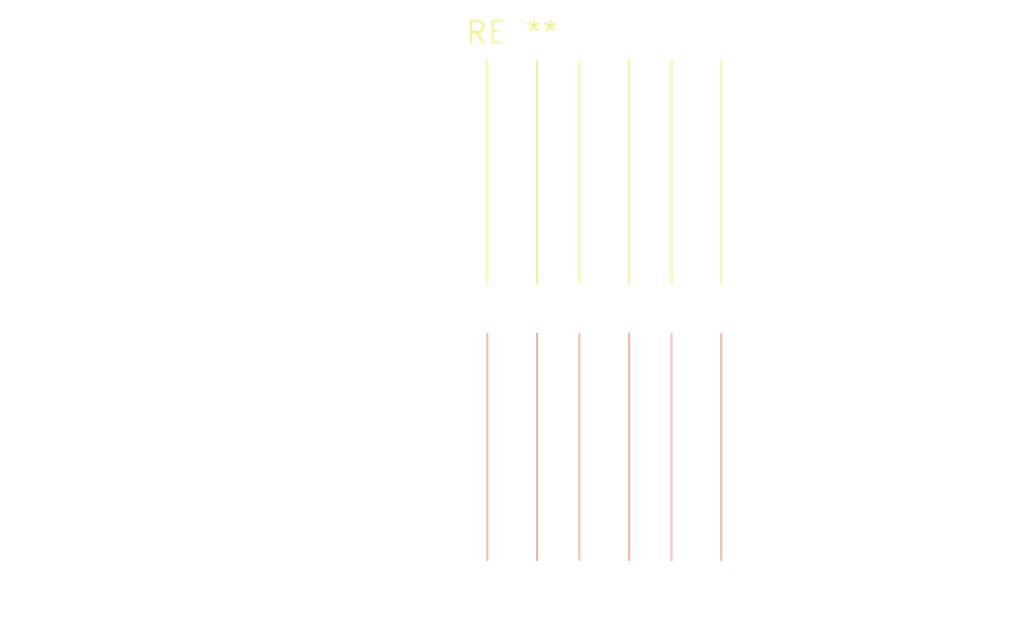
<source format=kicad_pcb>
(kicad_pcb (version 20240108) (generator pcbnew)
  (layers (0 "F.Cu" signal) (31 "B.Cu" signal) (34 "B.Paste" user) (35 "F.Paste" user) (36 "B.SilkS" user "B.Silkscreen") (37 "F.SilkS" user "F.Silkscreen") (38 "B.Mask" user) (39 "F.Mask" user) (44 "Edge.Cuts" user))
  (net 0 "")
  (footprint "SolderWire-1sqmm_1x03_P5.4mm_D1.4mm_OD2.7mm_Relief2x" (layer "F.Cu") (at 0 0)
    (property "Reference" "REF**")
    (property "Value" "SolderWire-1sqmm_1x03_P5.4mm_D1.4mm_OD2.7mm_Relief2x")
    (fp_line (start -1.46 17.66) (end -1.46 30.94) (layer "B.SilkS") (stroke (width 0.12)))
    (fp_line (start 1.46 17.66) (end 1.46 30.94) (layer "B.SilkS") (stroke (width 0.12)))
    (fp_line (start 3.94 17.66) (end 3.94 30.94) (layer "B.SilkS") (stroke (width 0.12)))
    (fp_line (start 6.86 17.66) (end 6.86 30.94) (layer "B.SilkS") (stroke (width 0.12)))
    (fp_line (start 9.34 17.66) (end 9.34 30.94) (layer "B.SilkS") (stroke (width 0.12)))
    (fp_line (start 12.26 17.66) (end 12.26 30.94) (layer "B.SilkS") (stroke (width 0.12)))
    (fp_line (start -1.46 1.635) (end -1.46 14.74) (layer "F.SilkS") (stroke (width 0.12)))
    (fp_line (start 1.46 1.635) (end 1.46 14.74) (layer "F.SilkS") (stroke (width 0.12)))
    (fp_line (start 3.94 1.635) (end 3.94 14.74) (layer "F.SilkS") (stroke (width 0.12)))
    (fp_line (start 6.86 1.635) (end 6.86 14.74) (layer "F.SilkS") (stroke (width 0.12)))
    (fp_line (start 9.34 1.635) (end 9.34 14.74) (layer "F.SilkS") (stroke (width 0.12)))
    (fp_line (start 12.26 1.635) (end 12.26 14.74) (layer "F.SilkS") (stroke (width 0.12)))
    (pad "" np_thru_hole circle (at 0 16.2) (size 3.2 3.2) (drill 3.2) (layers *.Cu *.Mask))
    (pad "" np_thru_hole circle (at 0 32.4) (size 3.2 3.2) (drill 3.2) (layers *.Cu *.Mask))
    (pad "" np_thru_hole circle (at 5.4 16.2) (size 3.2 3.2) (drill 3.2) (layers *.Cu *.Mask))
    (pad "" np_thru_hole circle (at 5.4 32.4) (size 3.2 3.2) (drill 3.2) (layers *.Cu *.Mask))
    (pad "" np_thru_hole circle (at 10.8 16.2) (size 3.2 3.2) (drill 3.2) (layers *.Cu *.Mask))
    (pad "" np_thru_hole circle (at 10.8 32.4) (size 3.2 3.2) (drill 3.2) (layers *.Cu *.Mask))
    (pad "1" thru_hole roundrect (at 0 0) (size 2.75 2.75) (drill 1.75) (layers *.Cu *.Mask) (remove_unused_layers) (roundrect_rratio 0.090909))
    (pad "2" thru_hole circle (at 5.4 0) (size 2.75 2.75) (drill 1.75) (layers *.Cu *.Mask) (remove_unused_layers))
    (pad "3" thru_hole circle (at 10.8 0) (size 2.75 2.75) (drill 1.75) (layers *.Cu *.Mask) (remove_unused_layers))
  )
)
</source>
